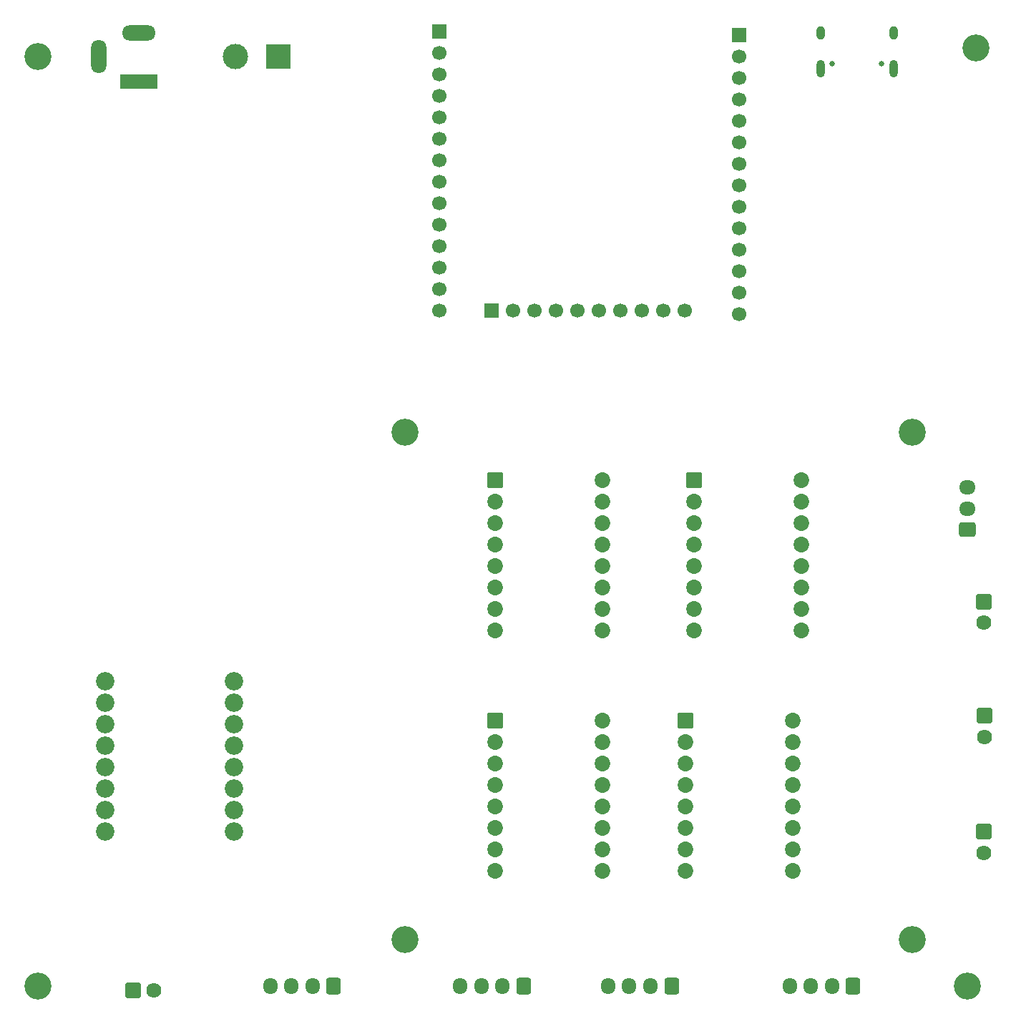
<source format=gbr>
%TF.GenerationSoftware,KiCad,Pcbnew,9.0.6*%
%TF.CreationDate,2025-12-30T14:23:23+05:30*%
%TF.ProjectId,Gantry_PCBv2,47616e74-7279-45f5-9043-4276322e6b69,rev?*%
%TF.SameCoordinates,Original*%
%TF.FileFunction,Soldermask,Bot*%
%TF.FilePolarity,Negative*%
%FSLAX46Y46*%
G04 Gerber Fmt 4.6, Leading zero omitted, Abs format (unit mm)*
G04 Created by KiCad (PCBNEW 9.0.6) date 2025-12-30 14:23:23*
%MOMM*%
%LPD*%
G01*
G04 APERTURE LIST*
G04 Aperture macros list*
%AMRoundRect*
0 Rectangle with rounded corners*
0 $1 Rounding radius*
0 $2 $3 $4 $5 $6 $7 $8 $9 X,Y pos of 4 corners*
0 Add a 4 corners polygon primitive as box body*
4,1,4,$2,$3,$4,$5,$6,$7,$8,$9,$2,$3,0*
0 Add four circle primitives for the rounded corners*
1,1,$1+$1,$2,$3*
1,1,$1+$1,$4,$5*
1,1,$1+$1,$6,$7*
1,1,$1+$1,$8,$9*
0 Add four rect primitives between the rounded corners*
20,1,$1+$1,$2,$3,$4,$5,0*
20,1,$1+$1,$4,$5,$6,$7,0*
20,1,$1+$1,$6,$7,$8,$9,0*
20,1,$1+$1,$8,$9,$2,$3,0*%
G04 Aperture macros list end*
%ADD10C,2.184000*%
%ADD11RoundRect,0.102000X-0.825000X-0.825000X0.825000X-0.825000X0.825000X0.825000X-0.825000X0.825000X0*%
%ADD12C,1.854000*%
%ADD13RoundRect,0.102000X-0.787500X0.787500X-0.787500X-0.787500X0.787500X-0.787500X0.787500X0.787500X0*%
%ADD14C,1.779000*%
%ADD15RoundRect,0.250000X0.600000X0.725000X-0.600000X0.725000X-0.600000X-0.725000X0.600000X-0.725000X0*%
%ADD16O,1.700000X1.950000*%
%ADD17C,3.200000*%
%ADD18RoundRect,0.102000X-0.787500X-0.787500X0.787500X-0.787500X0.787500X0.787500X-0.787500X0.787500X0*%
%ADD19R,1.700000X1.700000*%
%ADD20C,1.700000*%
%ADD21C,0.650000*%
%ADD22O,1.000000X2.100000*%
%ADD23O,1.000000X1.600000*%
%ADD24R,4.400000X1.800000*%
%ADD25O,4.000000X1.800000*%
%ADD26O,1.800000X4.000000*%
%ADD27RoundRect,0.250000X0.725000X-0.600000X0.725000X0.600000X-0.725000X0.600000X-0.725000X-0.600000X0*%
%ADD28O,1.950000X1.700000*%
%ADD29R,3.000000X3.000000*%
%ADD30C,3.000000*%
G04 APERTURE END LIST*
D10*
%TO.C,U3*%
X63006000Y-128960000D03*
X63006000Y-131500000D03*
X63006000Y-134040000D03*
X63006000Y-136580000D03*
X63006000Y-139120000D03*
X63006000Y-141660000D03*
X63006000Y-144200000D03*
X63006000Y-146740000D03*
X78246000Y-146740000D03*
X78246000Y-144200000D03*
X78246000Y-141660000D03*
X78246000Y-139120000D03*
X78246000Y-136580000D03*
X78246000Y-134040000D03*
X78246000Y-131500000D03*
X78246000Y-128960000D03*
%TD*%
D11*
%TO.C,U7*%
X131650000Y-133610000D03*
D12*
X131650000Y-136150000D03*
X131650000Y-138690000D03*
X131650000Y-141230000D03*
X131650000Y-143770000D03*
X131650000Y-146310000D03*
X131650000Y-148850000D03*
X131650000Y-151390000D03*
X144350000Y-151390000D03*
X144350000Y-148850000D03*
X144350000Y-146310000D03*
X144350000Y-143770000D03*
X144350000Y-141230000D03*
X144350000Y-138690000D03*
X144350000Y-136150000D03*
X144350000Y-133610000D03*
%TD*%
D13*
%TO.C,J10*%
X166975000Y-146750000D03*
D14*
X166975000Y-149250000D03*
%TD*%
D15*
%TO.C,J8*%
X112500000Y-165000000D03*
D16*
X110000000Y-165000000D03*
X107500000Y-165000000D03*
X105000000Y-165000000D03*
%TD*%
D17*
%TO.C,H4*%
X165000000Y-165000000D03*
%TD*%
%TO.C,H7*%
X158500000Y-99500000D03*
%TD*%
D13*
%TO.C,J11*%
X166975000Y-119500000D03*
D14*
X166975000Y-122000000D03*
%TD*%
D18*
%TO.C,J17*%
X66250000Y-165525000D03*
D14*
X68750000Y-165525000D03*
%TD*%
D17*
%TO.C,H2*%
X166000000Y-54000000D03*
%TD*%
D19*
%TO.C,J3*%
X108680000Y-85100000D03*
D20*
X111220000Y-85100000D03*
X113760000Y-85100000D03*
X116300000Y-85100000D03*
X118840000Y-85100000D03*
X121380000Y-85100000D03*
X123920000Y-85100000D03*
X126460000Y-85100000D03*
X129000000Y-85100000D03*
X131540000Y-85100000D03*
%TD*%
D17*
%TO.C,H3*%
X55000000Y-165000000D03*
%TD*%
%TO.C,H5*%
X98500000Y-99500000D03*
%TD*%
D19*
%TO.C,J1*%
X102500000Y-52020000D03*
D20*
X102500000Y-54560000D03*
X102500000Y-57100000D03*
X102500000Y-59640000D03*
X102500000Y-62180000D03*
X102500000Y-64720000D03*
X102500000Y-67260000D03*
X102500000Y-69800000D03*
X102500000Y-72340000D03*
X102500000Y-74880000D03*
X102500000Y-77420000D03*
X102500000Y-79960000D03*
X102500000Y-82500000D03*
X102500000Y-85040000D03*
%TD*%
D13*
%TO.C,J12*%
X167000000Y-133000000D03*
D14*
X167000000Y-135500000D03*
%TD*%
D15*
%TO.C,J9*%
X151500000Y-165000000D03*
D16*
X149000000Y-165000000D03*
X146500000Y-165000000D03*
X144000000Y-165000000D03*
%TD*%
D17*
%TO.C,H1*%
X55000000Y-55000000D03*
%TD*%
D15*
%TO.C,J6*%
X90000000Y-165000000D03*
D16*
X87500000Y-165000000D03*
X85000000Y-165000000D03*
X82500000Y-165000000D03*
%TD*%
D11*
%TO.C,U9*%
X132650000Y-105110000D03*
D12*
X132650000Y-107650000D03*
X132650000Y-110190000D03*
X132650000Y-112730000D03*
X132650000Y-115270000D03*
X132650000Y-117810000D03*
X132650000Y-120350000D03*
X132650000Y-122890000D03*
X145350000Y-122890000D03*
X145350000Y-120350000D03*
X145350000Y-117810000D03*
X145350000Y-115270000D03*
X145350000Y-112730000D03*
X145350000Y-110190000D03*
X145350000Y-107650000D03*
X145350000Y-105110000D03*
%TD*%
D15*
%TO.C,J7*%
X130000000Y-165000000D03*
D16*
X127500000Y-165000000D03*
X125000000Y-165000000D03*
X122500000Y-165000000D03*
%TD*%
D11*
%TO.C,U6*%
X109150000Y-105110000D03*
D12*
X109150000Y-107650000D03*
X109150000Y-110190000D03*
X109150000Y-112730000D03*
X109150000Y-115270000D03*
X109150000Y-117810000D03*
X109150000Y-120350000D03*
X109150000Y-122890000D03*
X121850000Y-122890000D03*
X121850000Y-120350000D03*
X121850000Y-117810000D03*
X121850000Y-115270000D03*
X121850000Y-112730000D03*
X121850000Y-110190000D03*
X121850000Y-107650000D03*
X121850000Y-105110000D03*
%TD*%
D21*
%TO.C,J14*%
X154820000Y-55900000D03*
X149040000Y-55900000D03*
D22*
X156250000Y-56430000D03*
D23*
X156250000Y-52250000D03*
D22*
X147610000Y-56430000D03*
D23*
X147610000Y-52250000D03*
%TD*%
D17*
%TO.C,H8*%
X158500000Y-159500000D03*
%TD*%
D24*
%TO.C,J5*%
X67000000Y-58000000D03*
D25*
X67000000Y-52200000D03*
D26*
X62200000Y-55000000D03*
%TD*%
D27*
%TO.C,J13*%
X165000000Y-111000000D03*
D28*
X165000000Y-108500000D03*
X165000000Y-106000000D03*
%TD*%
D11*
%TO.C,U8*%
X109150000Y-133610000D03*
D12*
X109150000Y-136150000D03*
X109150000Y-138690000D03*
X109150000Y-141230000D03*
X109150000Y-143770000D03*
X109150000Y-146310000D03*
X109150000Y-148850000D03*
X109150000Y-151390000D03*
X121850000Y-151390000D03*
X121850000Y-148850000D03*
X121850000Y-146310000D03*
X121850000Y-143770000D03*
X121850000Y-141230000D03*
X121850000Y-138690000D03*
X121850000Y-136150000D03*
X121850000Y-133610000D03*
%TD*%
D19*
%TO.C,J2*%
X138000000Y-52480000D03*
D20*
X138000000Y-55020000D03*
X138000000Y-57560000D03*
X138000000Y-60100000D03*
X138000000Y-62640000D03*
X138000000Y-65180000D03*
X138000000Y-67720000D03*
X138000000Y-70260000D03*
X138000000Y-72800000D03*
X138000000Y-75340000D03*
X138000000Y-77880000D03*
X138000000Y-80420000D03*
X138000000Y-82960000D03*
X138000000Y-85500000D03*
%TD*%
D17*
%TO.C,H6*%
X98500000Y-159500000D03*
%TD*%
D29*
%TO.C,J4*%
X83500000Y-55000000D03*
D30*
X78420000Y-55000000D03*
%TD*%
M02*

</source>
